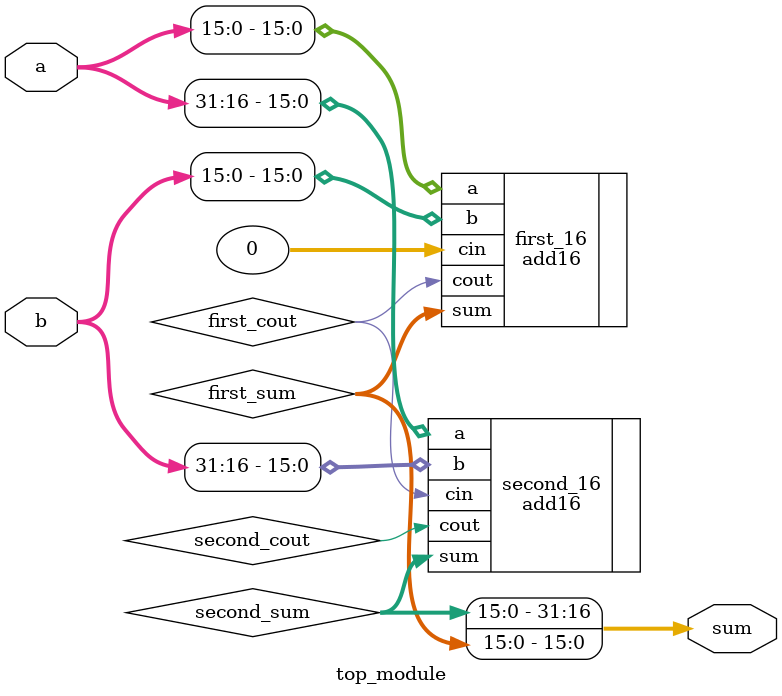
<source format=v>
module top_module(
    input [31:0] a,
    input [31:0] b,
    output [31:0] sum
);
    
    wire first_cout, second_cout;
    wire [15:0] first_sum, second_sum;

    add16 first_16( .a(a[15:0]), .b(b[15:0]), .cin(0), .sum(first_sum), .cout(first_cout) );
    add16 second_16( .a(a[31:16]), .b(b[31:16]), .cin(first_cout), .sum(second_sum), .cout(second_cout) );
    
    assign sum[15:0] = first_sum;
    assign sum[31:16] = second_sum;

endmodule
</source>
